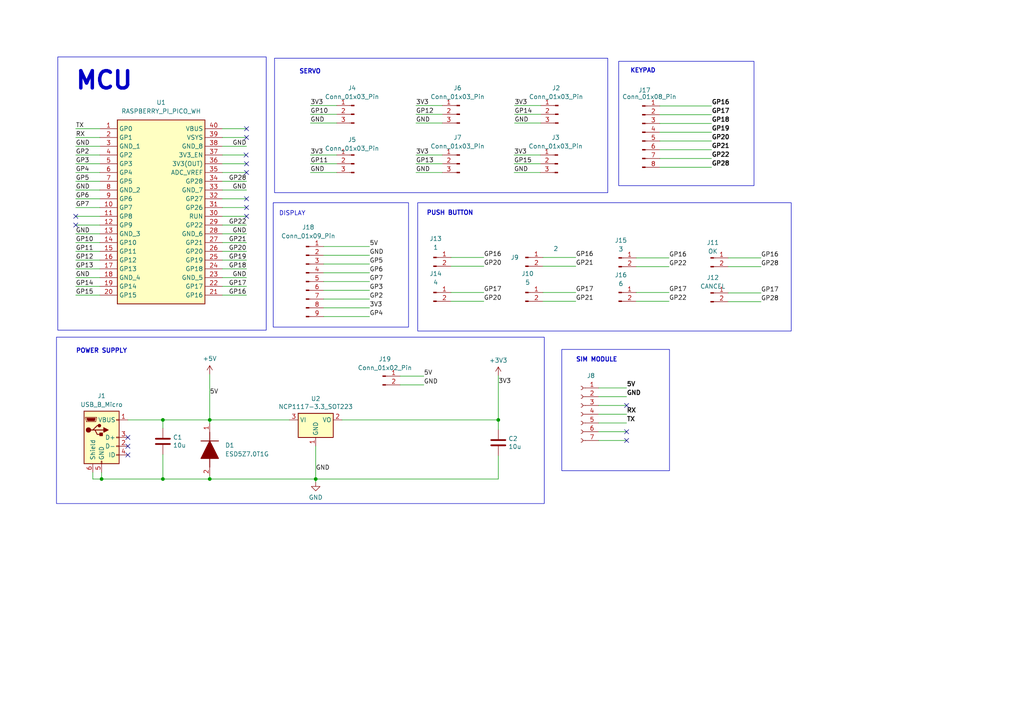
<source format=kicad_sch>
(kicad_sch (version 20230121) (generator eeschema)
  (paper "A4")
  (lib_symbols
    (symbol "Connector:Conn_01x02_Pin" (pin_names (offset 1.016) hide)
      (property "Reference" "J" (at 0 2.54 0))
      (property "Value" "Conn_01x02_Pin" (at 0 -5.08 0))
      (symbol "Conn_01x02_Pin_1_1"
        (polyline (pts (xy 1.27 -2.54) (xy 0.8636 -2.54)) (stroke (width 0.1524)))
        (polyline (pts (xy 1.27 0) (xy 0.8636 0)) (stroke (width 0.1524)))
        (rectangle (start 0.8636 -2.413) (end 0 -2.667) (stroke (width 0.1524)) (fill (type outline)))
        (rectangle (start 0.8636 0.127) (end 0 -0.127) (stroke (width 0.1524)) (fill (type outline)))
        (pin passive line (at 5.08 0 180) (length 3.81) (name "Pin_1") (number "1"))
        (pin passive line (at 5.08 -2.54 180) (length 3.81) (name "Pin_2") (number "2"))
      )
    )
    (symbol "Connector:Conn_01x03_Pin" (pin_names (offset 1.016) hide)
      (property "Reference" "J" (at 0 5.08 0))
      (property "Value" "Conn_01x03_Pin" (at 0 -5.08 0))
      (symbol "Conn_01x03_Pin_1_1"
        (polyline (pts (xy 1.27 -2.54) (xy 0.8636 -2.54)) (stroke (width 0.1524)))
        (polyline (pts (xy 1.27 0) (xy 0.8636 0)) (stroke (width 0.1524)))
        (polyline (pts (xy 1.27 2.54) (xy 0.8636 2.54)) (stroke (width 0.1524)))
        (rectangle (start 0.8636 -2.413) (end 0 -2.667) (stroke (width 0.1524)) (fill (type outline)))
        (rectangle (start 0.8636 0.127) (end 0 -0.127) (stroke (width 0.1524)) (fill (type outline)))
        (rectangle (start 0.8636 2.667) (end 0 2.413) (stroke (width 0.1524)) (fill (type outline)))
        (pin passive line (at 5.08 2.54 180) (length 3.81) (name "Pin_1") (number "1"))
        (pin passive line (at 5.08 0 180) (length 3.81) (name "Pin_2") (number "2"))
        (pin passive line (at 5.08 -2.54 180) (length 3.81) (name "Pin_3") (number "3"))
      )
    )
    (symbol "Connector:Conn_01x07_Socket" (pin_names (offset 1.016) hide)
      (property "Reference" "J" (at 0 10.16 0))
      (property "Value" "Conn_01x07_Socket" (at 0 -10.16 0))
      (symbol "Conn_01x07_Socket_1_1"
        (arc (start 0 -7.112) (mid -0.5058 -7.62) (end 0 -8.128) (stroke (width 0.1524)))
        (arc (start 0 -4.572) (mid -0.5058 -5.08) (end 0 -5.588) (stroke (width 0.1524)))
        (arc (start 0 -2.032) (mid -0.5058 -2.54) (end 0 -3.048) (stroke (width 0.1524)))
        (polyline (pts (xy -1.27 -7.62) (xy -0.508 -7.62)) (stroke (width 0.1524)))
        (polyline (pts (xy -1.27 -5.08) (xy -0.508 -5.08)) (stroke (width 0.1524)))
        (polyline (pts (xy -1.27 -2.54) (xy -0.508 -2.54)) (stroke (width 0.1524)))
        (polyline (pts (xy -1.27 0) (xy -0.508 0)) (stroke (width 0.1524)))
        (polyline (pts (xy -1.27 2.54) (xy -0.508 2.54)) (stroke (width 0.1524)))
        (polyline (pts (xy -1.27 5.08) (xy -0.508 5.08)) (stroke (width 0.1524)))
        (polyline (pts (xy -1.27 7.62) (xy -0.508 7.62)) (stroke (width 0.1524)))
        (arc (start 0 0.508) (mid -0.5058 0) (end 0 -0.508) (stroke (width 0.1524)))
        (arc (start 0 3.048) (mid -0.5058 2.54) (end 0 2.032) (stroke (width 0.1524)))
        (arc (start 0 5.588) (mid -0.5058 5.08) (end 0 4.572) (stroke (width 0.1524)))
        (arc (start 0 8.128) (mid -0.5058 7.62) (end 0 7.112) (stroke (width 0.1524)))
        (pin passive line (at -5.08 7.62 0) (length 3.81) (name "Pin_1") (number "1"))
        (pin passive line (at -5.08 5.08 0) (length 3.81) (name "Pin_2") (number "2"))
        (pin passive line (at -5.08 2.54 0) (length 3.81) (name "Pin_3") (number "3"))
        (pin passive line (at -5.08 0 0) (length 3.81) (name "Pin_4") (number "4"))
        (pin passive line (at -5.08 -2.54 0) (length 3.81) (name "Pin_5") (number "5"))
        (pin passive line (at -5.08 -5.08 0) (length 3.81) (name "Pin_6") (number "6"))
        (pin passive line (at -5.08 -7.62 0) (length 3.81) (name "Pin_7") (number "7"))
      )
    )
    (symbol "Connector:Conn_01x08_Pin" (pin_names (offset 1.016) hide)
      (property "Reference" "J" (at 0 10.16 0))
      (property "Value" "Conn_01x08_Pin" (at 0 -12.7 0))
      (symbol "Conn_01x08_Pin_1_1"
        (polyline (pts (xy 1.27 -10.16) (xy 0.8636 -10.16)) (stroke (width 0.1524)))
        (polyline (pts (xy 1.27 -7.62) (xy 0.8636 -7.62)) (stroke (width 0.1524)))
        (polyline (pts (xy 1.27 -5.08) (xy 0.8636 -5.08)) (stroke (width 0.1524)))
        (polyline (pts (xy 1.27 -2.54) (xy 0.8636 -2.54)) (stroke (width 0.1524)))
        (polyline (pts (xy 1.27 0) (xy 0.8636 0)) (stroke (width 0.1524)))
        (polyline (pts (xy 1.27 2.54) (xy 0.8636 2.54)) (stroke (width 0.1524)))
        (polyline (pts (xy 1.27 5.08) (xy 0.8636 5.08)) (stroke (width 0.1524)))
        (polyline (pts (xy 1.27 7.62) (xy 0.8636 7.62)) (stroke (width 0.1524)))
        (rectangle (start 0.8636 -10.033) (end 0 -10.287) (stroke (width 0.1524)) (fill (type outline)))
        (rectangle (start 0.8636 -7.493) (end 0 -7.747) (stroke (width 0.1524)) (fill (type outline)))
        (rectangle (start 0.8636 -4.953) (end 0 -5.207) (stroke (width 0.1524)) (fill (type outline)))
        (rectangle (start 0.8636 -2.413) (end 0 -2.667) (stroke (width 0.1524)) (fill (type outline)))
        (rectangle (start 0.8636 0.127) (end 0 -0.127) (stroke (width 0.1524)) (fill (type outline)))
        (rectangle (start 0.8636 2.667) (end 0 2.413) (stroke (width 0.1524)) (fill (type outline)))
        (rectangle (start 0.8636 5.207) (end 0 4.953) (stroke (width 0.1524)) (fill (type outline)))
        (rectangle (start 0.8636 7.747) (end 0 7.493) (stroke (width 0.1524)) (fill (type outline)))
        (pin passive line (at 5.08 7.62 180) (length 3.81) (name "Pin_1") (number "1"))
        (pin passive line (at 5.08 5.08 180) (length 3.81) (name "Pin_2") (number "2"))
        (pin passive line (at 5.08 2.54 180) (length 3.81) (name "Pin_3") (number "3"))
        (pin passive line (at 5.08 0 180) (length 3.81) (name "Pin_4") (number "4"))
        (pin passive line (at 5.08 -2.54 180) (length 3.81) (name "Pin_5") (number "5"))
        (pin passive line (at 5.08 -5.08 180) (length 3.81) (name "Pin_6") (number "6"))
        (pin passive line (at 5.08 -7.62 180) (length 3.81) (name "Pin_7") (number "7"))
        (pin passive line (at 5.08 -10.16 180) (length 3.81) (name "Pin_8") (number "8"))
      )
    )
    (symbol "Connector:Conn_01x09_Pin" (pin_names (offset 1.016) hide)
      (property "Reference" "J" (at 0 12.7 0))
      (property "Value" "Conn_01x09_Pin" (at 0 -12.7 0))
      (symbol "Conn_01x09_Pin_1_1"
        (polyline (pts (xy 1.27 -10.16) (xy 0.8636 -10.16)) (stroke (width 0.1524)))
        (polyline (pts (xy 1.27 -7.62) (xy 0.8636 -7.62)) (stroke (width 0.1524)))
        (polyline (pts (xy 1.27 -5.08) (xy 0.8636 -5.08)) (stroke (width 0.1524)))
        (polyline (pts (xy 1.27 -2.54) (xy 0.8636 -2.54)) (stroke (width 0.1524)))
        (polyline (pts (xy 1.27 0) (xy 0.8636 0)) (stroke (width 0.1524)))
        (polyline (pts (xy 1.27 2.54) (xy 0.8636 2.54)) (stroke (width 0.1524)))
        (polyline (pts (xy 1.27 5.08) (xy 0.8636 5.08)) (stroke (width 0.1524)))
        (polyline (pts (xy 1.27 7.62) (xy 0.8636 7.62)) (stroke (width 0.1524)))
        (polyline (pts (xy 1.27 10.16) (xy 0.8636 10.16)) (stroke (width 0.1524)))
        (rectangle (start 0.8636 -10.033) (end 0 -10.287) (stroke (width 0.1524)) (fill (type outline)))
        (rectangle (start 0.8636 -7.493) (end 0 -7.747) (stroke (width 0.1524)) (fill (type outline)))
        (rectangle (start 0.8636 -4.953) (end 0 -5.207) (stroke (width 0.1524)) (fill (type outline)))
        (rectangle (start 0.8636 -2.413) (end 0 -2.667) (stroke (width 0.1524)) (fill (type outline)))
        (rectangle (start 0.8636 0.127) (end 0 -0.127) (stroke (width 0.1524)) (fill (type outline)))
        (rectangle (start 0.8636 2.667) (end 0 2.413) (stroke (width 0.1524)) (fill (type outline)))
        (rectangle (start 0.8636 5.207) (end 0 4.953) (stroke (width 0.1524)) (fill (type outline)))
        (rectangle (start 0.8636 7.747) (end 0 7.493) (stroke (width 0.1524)) (fill (type outline)))
        (rectangle (start 0.8636 10.287) (end 0 10.033) (stroke (width 0.1524)) (fill (type outline)))
        (pin passive line (at 5.08 10.16 180) (length 3.81) (name "Pin_1") (number "1"))
        (pin passive line (at 5.08 7.62 180) (length 3.81) (name "Pin_2") (number "2"))
        (pin passive line (at 5.08 5.08 180) (length 3.81) (name "Pin_3") (number "3"))
        (pin passive line (at 5.08 2.54 180) (length 3.81) (name "Pin_4") (number "4"))
        (pin passive line (at 5.08 0 180) (length 3.81) (name "Pin_5") (number "5"))
        (pin passive line (at 5.08 -2.54 180) (length 3.81) (name "Pin_6") (number "6"))
        (pin passive line (at 5.08 -5.08 180) (length 3.81) (name "Pin_7") (number "7"))
        (pin passive line (at 5.08 -7.62 180) (length 3.81) (name "Pin_8") (number "8"))
        (pin passive line (at 5.08 -10.16 180) (length 3.81) (name "Pin_9") (number "9"))
      )
    )
    (symbol "Connector:USB_B_Micro" (pin_names (offset 1.016))
      (property "Reference" "J" (at -5.08 11.43 0))
      (property "Value" "USB_B_Micro" (at -5.08 8.89 0))
      (symbol "USB_B_Micro_0_1"
        (rectangle (start -5.08 -7.62) (end 5.08 7.62) (stroke (width 0.254)) (fill (type background)))
        (circle (center -3.81 2.159) (radius 0.635) (stroke (width 0.254)) (fill (type outline)))
        (circle (center -0.635 3.429) (radius 0.381) (stroke (width 0.254)) (fill (type outline)))
        (rectangle (start -0.127 -7.62) (end 0.127 -6.858))
        (polyline (pts (xy -1.905 2.159) (xy 0.635 2.159)) (stroke (width 0.254)))
        (polyline (pts (xy -3.175 2.159) (xy -2.54 2.159) (xy -1.27 3.429) (xy -0.635 3.429)) (stroke (width 0.254)))
        (polyline (pts (xy -2.54 2.159) (xy -1.905 2.159) (xy -1.27 0.889) (xy 0 0.889)) (stroke (width 0.254)))
        (polyline (pts (xy 0.635 2.794) (xy 0.635 1.524) (xy 1.905 2.159) (xy 0.635 2.794)) (stroke (width 0.254)) (fill (type outline)))
        (polyline (pts (xy -4.318 5.588) (xy -1.778 5.588) (xy -2.032 4.826) (xy -4.064 4.826) (xy -4.318 5.588)) (fill (type outline)))
        (polyline (pts (xy -4.699 5.842) (xy -4.699 5.588) (xy -4.445 4.826) (xy -4.445 4.572) (xy -1.651 4.572) (xy -1.651 4.826) (xy -1.397 5.588) (xy -1.397 5.842) (xy -4.699 5.842)))
        (rectangle (start 0.254 1.27) (end -0.508 0.508) (stroke (width 0.254)) (fill (type outline)))
        (rectangle (start 5.08 -5.207) (end 4.318 -4.953))
        (rectangle (start 5.08 -2.667) (end 4.318 -2.413))
        (rectangle (start 5.08 -0.127) (end 4.318 0.127))
        (rectangle (start 5.08 4.953) (end 4.318 5.207))
      )
      (symbol "USB_B_Micro_1_1"
        (pin power_out line (at 7.62 5.08 180) (length 2.54) (name "VBUS") (number "1"))
        (pin bidirectional line (at 7.62 -2.54 180) (length 2.54) (name "D-") (number "2"))
        (pin bidirectional line (at 7.62 0 180) (length 2.54) (name "D+") (number "3"))
        (pin passive line (at 7.62 -5.08 180) (length 2.54) (name "ID") (number "4"))
        (pin power_out line (at 0 -10.16 90) (length 2.54) (name "GND") (number "5"))
        (pin passive line (at -2.54 -10.16 90) (length 2.54) (name "Shield") (number "6"))
      )
    )
    (symbol "Device:C" (pin_numbers hide) (pin_names (offset 0.254))
      (property "Reference" "C" (at 0.635 2.54 0))
      (property "Value" "C" (at 0.635 -2.54 0))
      (symbol "C_0_1"
        (polyline (pts (xy -2.032 -0.762) (xy 2.032 -0.762)) (stroke (width 0.508)))
        (polyline (pts (xy -2.032 0.762) (xy 2.032 0.762)) (stroke (width 0.508)))
      )
      (symbol "C_1_1"
        (pin passive line (at 0 3.81 270) (length 2.794) (name "~") (number "1"))
        (pin passive line (at 0 -3.81 90) (length 2.794) (name "~") (number "2"))
      )
    )
    (symbol "ESD5Z7_0T1G:ESD5Z7.0T1G" (pin_names hide)
      (property "Reference" "D" (at 11.43 5.08 0))
      (property "Value" "ESD5Z7.0T1G" (at 11.43 2.54 0))
      (symbol "ESD5Z7.0T1G_1_1"
        (polyline (pts (xy 2.54 0) (xy 5.08 0)) (stroke (width 0.254)))
        (polyline (pts (xy 5.08 2.54) (xy 5.08 -2.54)) (stroke (width 0.254)))
        (polyline (pts (xy 10.16 0) (xy 12.7 0)) (stroke (width 0.254)))
        (polyline (pts (xy 5.08 0) (xy 10.16 2.54) (xy 10.16 -2.54) (xy 5.08 0)) (stroke (width 0.254)) (fill (type outline)))
        (pin passive line (at 0 0 0) (length 2.54) (name "K") (number "1"))
        (pin passive line (at 15.24 0 180) (length 2.54) (name "A") (number "2"))
      )
    )
    (symbol "RASPBERRY_PI_PICO_WH:RASPBERRY_PI_PICO_WH"
      (property "Reference" "U" (at 31.75 7.62 0))
      (property "Value" "RASPBERRY_PI_PICO_WH" (at 31.75 5.08 0))
      (symbol "RASPBERRY_PI_PICO_WH_1_1"
        (rectangle (start 5.08 2.54) (end 30.48 -50.8) (stroke (width 0.254)) (fill (type background)))
        (pin passive line (at 0 0 0) (length 5.08) (name "GP0") (number "1"))
        (pin passive line (at 0 -22.86 0) (length 5.08) (name "GP7") (number "10"))
        (pin passive line (at 0 -25.4 0) (length 5.08) (name "GP8") (number "11"))
        (pin passive line (at 0 -27.94 0) (length 5.08) (name "GP9") (number "12"))
        (pin passive line (at 0 -30.48 0) (length 5.08) (name "GND_3") (number "13"))
        (pin passive line (at 0 -33.02 0) (length 5.08) (name "GP10") (number "14"))
        (pin passive line (at 0 -35.56 0) (length 5.08) (name "GP11") (number "15"))
        (pin passive line (at 0 -38.1 0) (length 5.08) (name "GP12") (number "16"))
        (pin passive line (at 0 -40.64 0) (length 5.08) (name "GP13") (number "17"))
        (pin passive line (at 0 -43.18 0) (length 5.08) (name "GND_4") (number "18"))
        (pin passive line (at 0 -45.72 0) (length 5.08) (name "GP14") (number "19"))
        (pin passive line (at 0 -2.54 0) (length 5.08) (name "GP1") (number "2"))
        (pin passive line (at 0 -48.26 0) (length 5.08) (name "GP15") (number "20"))
        (pin passive line (at 35.56 -48.26 180) (length 5.08) (name "GP16") (number "21"))
        (pin passive line (at 35.56 -45.72 180) (length 5.08) (name "GP17") (number "22"))
        (pin passive line (at 35.56 -43.18 180) (length 5.08) (name "GND_5") (number "23"))
        (pin passive line (at 35.56 -40.64 180) (length 5.08) (name "GP18") (number "24"))
        (pin passive line (at 35.56 -38.1 180) (length 5.08) (name "GP19") (number "25"))
        (pin passive line (at 35.56 -35.56 180) (length 5.08) (name "GP20") (number "26"))
        (pin passive line (at 35.56 -33.02 180) (length 5.08) (name "GP21") (number "27"))
        (pin passive line (at 35.56 -30.48 180) (length 5.08) (name "GND_6") (number "28"))
        (pin passive line (at 35.56 -27.94 180) (length 5.08) (name "GP22") (number "29"))
        (pin passive line (at 0 -5.08 0) (length 5.08) (name "GND_1") (number "3"))
        (pin passive line (at 35.56 -25.4 180) (length 5.08) (name "RUN") (number "30"))
        (pin passive line (at 35.56 -22.86 180) (length 5.08) (name "GP26") (number "31"))
        (pin passive line (at 35.56 -20.32 180) (length 5.08) (name "GP27") (number "32"))
        (pin passive line (at 35.56 -17.78 180) (length 5.08) (name "GND_7") (number "33"))
        (pin passive line (at 35.56 -15.24 180) (length 5.08) (name "GP28") (number "34"))
        (pin passive line (at 35.56 -12.7 180) (length 5.08) (name "ADC_VREF") (number "35"))
        (pin passive line (at 35.56 -10.16 180) (length 5.08) (name "3V3(OUT)") (number "36"))
        (pin passive line (at 35.56 -7.62 180) (length 5.08) (name "3V3_EN") (number "37"))
        (pin passive line (at 35.56 -5.08 180) (length 5.08) (name "GND_8") (number "38"))
        (pin passive line (at 35.56 -2.54 180) (length 5.08) (name "VSYS") (number "39"))
        (pin passive line (at 0 -7.62 0) (length 5.08) (name "GP2") (number "4"))
        (pin passive line (at 35.56 0 180) (length 5.08) (name "VBUS") (number "40"))
        (pin passive line (at 0 -10.16 0) (length 5.08) (name "GP3") (number "5"))
        (pin passive line (at 0 -12.7 0) (length 5.08) (name "GP4") (number "6"))
        (pin passive line (at 0 -15.24 0) (length 5.08) (name "GP5") (number "7"))
        (pin passive line (at 0 -17.78 0) (length 5.08) (name "GND_2") (number "8"))
        (pin passive line (at 0 -20.32 0) (length 5.08) (name "GP6") (number "9"))
      )
    )
    (symbol "Regulator_Linear:NCP1117-3.3_SOT223"
      (property "Reference" "U" (at -3.81 3.175 0))
      (property "Value" "NCP1117-3.3_SOT223" (at 0 3.175 0))
      (symbol "NCP1117-3.3_SOT223_0_1"
        (rectangle (start -5.08 -5.08) (end 5.08 1.905) (stroke (width 0.254)) (fill (type background)))
      )
      (symbol "NCP1117-3.3_SOT223_1_1"
        (pin power_in line (at 0 -7.62 90) (length 2.54) (name "GND") (number "1"))
        (pin power_out line (at 7.62 0 180) (length 2.54) (name "VO") (number "2"))
        (pin power_in line (at -7.62 0 0) (length 2.54) (name "VI") (number "3"))
      )
    )
    (symbol "power:+3V3" (power) (pin_names (offset 0))
      (property "Value" "+3V3" (at 0 3.556 0))
      (symbol "+3V3_0_1"
        (polyline (pts (xy -0.762 1.27) (xy 0 2.54)))
        (polyline (pts (xy 0 0) (xy 0 2.54)))
        (polyline (pts (xy 0 2.54) (xy 0.762 1.27)))
      )
      (symbol "+3V3_1_1"
        (pin power_in line (at 0 0 90) (length 0) hide (name "+3V3") (number "1"))
      )
    )
    (symbol "power:+5V" (power) (pin_names (offset 0))
      (property "Value" "+5V" (at 0 3.556 0))
      (symbol "+5V_0_1"
        (polyline (pts (xy -0.762 1.27) (xy 0 2.54)))
        (polyline (pts (xy 0 0) (xy 0 2.54)))
        (polyline (pts (xy 0 2.54) (xy 0.762 1.27)))
      )
      (symbol "+5V_1_1"
        (pin power_in line (at 0 0 90) (length 0) hide (name "+5V") (number "1"))
      )
    )
    (symbol "power:GND" (power) (pin_names (offset 0))
      (property "Value" "GND" (at 0 -3.81 0))
      (symbol "GND_0_1"
        (polyline (pts (xy 0 0) (xy 0 -1.27) (xy 1.27 -1.27) (xy 0 -2.54) (xy -1.27 -1.27) (xy 0 -1.27)))
      )
      (symbol "GND_1_1"
        (pin power_in line (at 0 0 270) (length 0) hide (name "GND") (number "1"))
      )
    )
  )
  (junction (at 29.464 138.938))
  (junction (at 60.833 138.938))
  (junction (at 60.833 121.793))
  (junction (at 144.526 121.793))
  (junction (at 47.244 121.793))
  (junction (at 91.567 138.938))
  (junction (at 47.244 138.938))
  (no_connect (at 181.737 125.222))
  (no_connect (at 71.501 57.658))
  (no_connect (at 71.501 39.878))
  (no_connect (at 71.501 37.338))
  (no_connect (at 71.501 60.198))
  (no_connect (at 37.084 126.873))
  (no_connect (at 71.501 50.038))
  (no_connect (at 37.084 129.413))
  (no_connect (at 71.374 44.958))
  (no_connect (at 181.737 117.602))
  (no_connect (at 37.084 131.953))
  (no_connect (at 181.737 127.762))
  (no_connect (at 21.971 65.278))
  (no_connect (at 71.501 62.738))
  (no_connect (at 21.971 62.738))
  (no_connect (at 71.501 47.498))
  (wire (pts (xy 21.971 70.358) (xy 28.956 70.358)))
  (wire (pts (xy 71.501 85.598) (xy 64.516 85.598)))
  (wire (pts (xy 149.225 30.607) (xy 156.845 30.607)))
  (wire (pts (xy 211.201 84.963) (xy 220.726 84.963)))
  (wire (pts (xy 120.65 44.958) (xy 128.27 44.958)))
  (wire (pts (xy 26.924 138.938) (xy 29.464 138.938)))
  (wire (pts (xy 90.043 44.958) (xy 97.663 44.958)))
  (wire (pts (xy 26.924 137.033) (xy 26.924 138.938)))
  (wire (pts (xy 211.201 87.503) (xy 220.726 87.503)))
  (wire (pts (xy 191.389 40.894) (xy 206.375 40.894)))
  (wire (pts (xy 91.567 138.938) (xy 91.567 139.827)))
  (wire (pts (xy 21.971 44.958) (xy 28.956 44.958)))
  (wire (pts (xy 144.526 108.966) (xy 144.526 121.793)))
  (wire (pts (xy 90.043 35.687) (xy 97.663 35.687)))
  (wire (pts (xy 60.833 121.793) (xy 83.947 121.793)))
  (wire (pts (xy 90.043 50.038) (xy 97.663 50.038)))
  (wire (pts (xy 191.389 30.734) (xy 206.375 30.734)))
  (wire (pts (xy 21.971 62.738) (xy 28.956 62.738)))
  (wire (pts (xy 144.526 132.207) (xy 144.526 138.938)))
  (wire (pts (xy 149.225 33.147) (xy 156.845 33.147)))
  (wire (pts (xy 184.531 77.343) (xy 194.056 77.343)))
  (wire (pts (xy 21.971 60.198) (xy 28.956 60.198)))
  (wire (pts (xy 191.389 48.514) (xy 206.375 48.514)))
  (wire (pts (xy 71.374 44.958) (xy 64.516 44.958)))
  (wire (pts (xy 191.389 43.434) (xy 206.375 43.434)))
  (wire (pts (xy 21.971 37.338) (xy 28.956 37.338)))
  (wire (pts (xy 47.244 121.793) (xy 47.244 124.206)))
  (wire (pts (xy 211.201 77.343) (xy 220.726 77.343)))
  (wire (pts (xy 149.098 44.958) (xy 156.718 44.958)))
  (wire (pts (xy 191.389 38.354) (xy 206.375 38.354)))
  (wire (pts (xy 157.48 74.676) (xy 167.005 74.676)))
  (wire (pts (xy 71.501 55.118) (xy 64.516 55.118)))
  (wire (pts (xy 93.853 86.741) (xy 107.188 86.741)))
  (wire (pts (xy 130.81 77.216) (xy 140.335 77.216)))
  (wire (pts (xy 116.078 109.093) (xy 122.936 109.093)))
  (wire (pts (xy 60.833 121.793) (xy 60.833 122.809)))
  (wire (pts (xy 90.043 30.607) (xy 97.663 30.607)))
  (wire (pts (xy 93.853 81.661) (xy 107.188 81.661)))
  (wire (pts (xy 71.501 83.058) (xy 64.516 83.058)))
  (wire (pts (xy 91.567 129.413) (xy 91.567 138.938)))
  (wire (pts (xy 191.389 45.974) (xy 206.375 45.974)))
  (wire (pts (xy 211.201 74.803) (xy 220.726 74.803)))
  (wire (pts (xy 173.609 120.142) (xy 181.737 120.142)))
  (wire (pts (xy 21.971 83.058) (xy 28.956 83.058)))
  (wire (pts (xy 21.971 39.878) (xy 28.956 39.878)))
  (wire (pts (xy 21.971 65.278) (xy 28.956 65.278)))
  (wire (pts (xy 184.531 74.803) (xy 194.056 74.803)))
  (wire (pts (xy 71.501 80.518) (xy 64.516 80.518)))
  (wire (pts (xy 157.48 87.376) (xy 167.005 87.376)))
  (wire (pts (xy 93.853 84.201) (xy 107.188 84.201)))
  (wire (pts (xy 47.244 131.826) (xy 47.244 138.938)))
  (wire (pts (xy 21.971 50.038) (xy 28.956 50.038)))
  (wire (pts (xy 90.043 47.498) (xy 97.663 47.498)))
  (wire (pts (xy 149.098 47.498) (xy 156.718 47.498)))
  (wire (pts (xy 71.501 70.358) (xy 64.516 70.358)))
  (wire (pts (xy 21.971 80.518) (xy 28.956 80.518)))
  (wire (pts (xy 71.501 65.278) (xy 64.516 65.278)))
  (wire (pts (xy 191.389 33.274) (xy 206.375 33.274)))
  (wire (pts (xy 60.833 138.049) (xy 60.833 138.938)))
  (wire (pts (xy 60.833 138.938) (xy 91.567 138.938)))
  (wire (pts (xy 21.971 72.898) (xy 28.956 72.898)))
  (wire (pts (xy 191.389 35.814) (xy 206.375 35.814)))
  (wire (pts (xy 21.971 47.498) (xy 28.956 47.498)))
  (wire (pts (xy 71.501 57.658) (xy 64.516 57.658)))
  (wire (pts (xy 93.853 91.821) (xy 107.188 91.821)))
  (wire (pts (xy 149.098 50.038) (xy 156.718 50.038)))
  (wire (pts (xy 21.971 52.578) (xy 28.956 52.578)))
  (wire (pts (xy 60.833 108.585) (xy 60.833 121.793)))
  (wire (pts (xy 71.501 72.898) (xy 64.516 72.898)))
  (wire (pts (xy 71.501 52.578) (xy 64.516 52.578)))
  (wire (pts (xy 93.853 79.121) (xy 107.188 79.121)))
  (wire (pts (xy 173.609 125.222) (xy 181.737 125.222)))
  (wire (pts (xy 93.853 76.581) (xy 107.188 76.581)))
  (wire (pts (xy 71.501 37.338) (xy 64.516 37.338)))
  (wire (pts (xy 120.65 50.038) (xy 128.27 50.038)))
  (wire (pts (xy 71.501 77.978) (xy 64.516 77.978)))
  (wire (pts (xy 173.609 122.682) (xy 181.737 122.682)))
  (wire (pts (xy 120.65 30.607) (xy 128.27 30.607)))
  (wire (pts (xy 93.853 74.041) (xy 107.188 74.041)))
  (wire (pts (xy 130.81 74.676) (xy 140.335 74.676)))
  (wire (pts (xy 71.501 62.738) (xy 64.516 62.738)))
  (wire (pts (xy 21.971 75.438) (xy 28.956 75.438)))
  (wire (pts (xy 173.609 112.522) (xy 181.737 112.522)))
  (wire (pts (xy 71.501 42.418) (xy 64.516 42.418)))
  (wire (pts (xy 120.65 33.147) (xy 128.27 33.147)))
  (wire (pts (xy 173.609 117.602) (xy 181.737 117.602)))
  (wire (pts (xy 21.971 55.118) (xy 28.956 55.118)))
  (wire (pts (xy 21.971 85.598) (xy 28.956 85.598)))
  (wire (pts (xy 47.244 138.938) (xy 60.833 138.938)))
  (wire (pts (xy 184.531 84.836) (xy 194.056 84.836)))
  (wire (pts (xy 47.244 121.793) (xy 60.833 121.793)))
  (wire (pts (xy 99.187 121.793) (xy 144.526 121.793)))
  (wire (pts (xy 29.464 138.938) (xy 47.244 138.938)))
  (wire (pts (xy 130.81 87.376) (xy 140.335 87.376)))
  (wire (pts (xy 90.043 33.147) (xy 97.663 33.147)))
  (wire (pts (xy 21.971 57.658) (xy 28.956 57.658)))
  (wire (pts (xy 120.65 47.498) (xy 128.27 47.498)))
  (wire (pts (xy 184.531 87.376) (xy 194.056 87.376)))
  (wire (pts (xy 93.853 71.501) (xy 107.188 71.501)))
  (wire (pts (xy 93.853 89.281) (xy 107.188 89.281)))
  (wire (pts (xy 144.526 121.793) (xy 144.526 124.587)))
  (wire (pts (xy 91.567 138.938) (xy 144.526 138.938)))
  (wire (pts (xy 173.609 115.062) (xy 181.737 115.062)))
  (wire (pts (xy 130.81 84.836) (xy 140.335 84.836)))
  (wire (pts (xy 21.971 42.418) (xy 28.956 42.418)))
  (wire (pts (xy 29.464 137.033) (xy 29.464 138.938)))
  (wire (pts (xy 71.501 60.198) (xy 64.516 60.198)))
  (wire (pts (xy 37.084 121.793) (xy 47.244 121.793)))
  (wire (pts (xy 71.501 50.038) (xy 64.516 50.038)))
  (wire (pts (xy 157.48 77.216) (xy 167.005 77.216)))
  (wire (pts (xy 120.65 35.687) (xy 128.27 35.687)))
  (wire (pts (xy 149.225 35.687) (xy 156.845 35.687)))
  (wire (pts (xy 71.501 75.438) (xy 64.516 75.438)))
  (wire (pts (xy 157.48 84.836) (xy 167.005 84.836)))
  (wire (pts (xy 71.501 47.498) (xy 64.516 47.498)))
  (wire (pts (xy 21.971 77.978) (xy 28.956 77.978)))
  (wire (pts (xy 71.501 67.818) (xy 64.516 67.818)))
  (wire (pts (xy 71.501 39.878) (xy 64.516 39.878)))
  (wire (pts (xy 116.078 111.633) (xy 122.936 111.633)))
  (wire (pts (xy 173.609 127.762) (xy 181.737 127.762)))
  (wire (pts (xy 21.971 67.818) (xy 28.956 67.818)))
  (rectangle (start 162.941 101.346) (end 194.183 136.525))
  (rectangle (start 121.158 58.801) (end 229.489 96.012))
  (rectangle (start 16.764 16.51) (end 77.216 95.758))
  (rectangle (start 79.629 16.891) (end 176.276 55.88))
  (rectangle (start 16.383 97.79) (end 157.861 146.05))
  (rectangle (start 79.248 58.801) (end 118.491 94.869))
  (rectangle (start 179.451 17.78) (end 218.694 53.848))
  (text "KEYPAD" (at 182.753 21.336 0) (effects (font (size 1.27 1.27) bold) (justify left bottom)))
  (text "SERVO" (at 86.741 21.59 0) (effects (font (size 1.27 1.27) (thickness 0.254) bold) (justify left bottom)))
  (text "PUSH BUTTON" (at 123.698 62.611 0) (effects (font (size 1.27 1.27) bold) (justify left bottom)))
  (text "DISPLAY" (at 80.899 62.738 0) (effects (font (size 1.27 1.27)) (justify left bottom)))
  (text "MCU" (at 21.59 26.416 0) (effects (font (size 5 5) bold) (justify left bottom)))
  (text "SIM MODULE" (at 167.005 105.156 0) (effects (font (size 1.27 1.27) bold) (justify left bottom)))
  (text "POWER SUPPLY" (at 21.971 102.616 0) (effects (font (size 1.27 1.27) bold) (justify left bottom)))
  (label "GP12" (at 120.65 33.147 0))
  (label "GND" (at 21.971 42.418 0) (property "Netclass" "power" (effects hide)))
  (label "GND" (at 107.188 74.041 0))
  (label "GND" (at 71.501 67.818 180))
  (label "3V3" (at 149.225 30.607 0))
  (label "GP22" (at 194.056 77.343 0))
  (label "GP20" (at 140.335 77.216 0))
  (label "GP6" (at 107.188 79.121 0))
  (label "GP5" (at 21.971 52.578 0))
  (label "GND" (at 181.737 115.062 0) (effects (font bold)))
  (label "GP20" (at 140.335 87.376 0))
  (label "RX" (at 21.971 39.878 0))
  (label "GP22" (at 71.501 65.278 180))
  (label "GP19" (at 71.501 75.438 180))
  (label "GP16" (at 220.726 74.803 0))
  (label "3V3" (at 90.043 30.607 0))
  (label "GND" (at 149.225 35.687 0))
  (label "GP6" (at 21.971 57.658 0))
  (label "GP17" (at 194.056 84.836 0))
  (label "GP20" (at 206.375 40.894 0) (effects (font bold)))
  (label "GND" (at 21.971 55.118 0))
  (label "GP17" (at 167.005 84.836 0))
  (label "GP16" (at 140.335 74.676 0))
  (label "GP14" (at 21.971 83.058 0))
  (label "GP28" (at 206.375 48.514 0) (effects (font bold)))
  (label "GP2" (at 21.971 44.958 0))
  (label "GP20" (at 71.501 72.898 180))
  (label "5V" (at 181.737 112.522 0) (effects (font bold)))
  (label "GP12" (at 21.971 75.438 0))
  (label "3V3" (at 120.65 44.958 0))
  (label "GP15" (at 149.098 47.498 0))
  (label "GP18" (at 71.501 77.978 180))
  (label "GP15" (at 21.971 85.598 0))
  (label "GP17" (at 71.501 83.058 180))
  (label "3V3" (at 107.188 89.281 0))
  (label "GND" (at 90.043 35.687 0))
  (label "3V3" (at 90.043 44.958 0))
  (label "GP28" (at 220.726 87.503 0))
  (label "GND" (at 120.65 35.687 0))
  (label "GP28" (at 71.501 52.578 180))
  (label "GND" (at 21.971 67.818 0))
  (label "5V" (at 122.936 109.093 0))
  (label "GP2" (at 107.188 86.741 0))
  (label "GP21" (at 71.501 70.358 180))
  (label "3V3" (at 120.65 30.607 0))
  (label "GP21" (at 167.005 77.216 0))
  (label "GP21" (at 206.375 43.434 0) (effects (font bold)))
  (label "GP16" (at 71.501 85.598 180))
  (label "GP10" (at 21.971 70.358 0))
  (label "GP4" (at 21.971 50.038 0))
  (label "3V3" (at 149.098 44.958 0))
  (label "GP14" (at 149.225 33.147 0))
  (label "GP7" (at 21.971 60.198 0))
  (label "GND" (at 71.501 42.418 180))
  (label "GP11" (at 90.043 47.498 0))
  (label "GND" (at 71.501 55.118 180))
  (label "GP17" (at 220.726 84.963 0))
  (label "GP16" (at 194.056 74.803 0))
  (label "GP13" (at 120.65 47.498 0))
  (label "GND" (at 21.971 80.518 0))
  (label "GP22" (at 194.056 87.376 0))
  (label "GND" (at 120.65 50.038 0))
  (label "GP10" (at 90.043 33.147 0))
  (label "GP3" (at 107.188 84.201 0))
  (label "GP19" (at 206.375 38.354 0) (effects (font bold)))
  (label "GP18" (at 206.375 35.814 0) (effects (font bold)))
  (label "GP16" (at 206.375 30.734 0) (effects (font bold)))
  (label "GND" (at 90.043 50.038 0))
  (label "TX" (at 181.737 122.682 0) (effects (font bold)))
  (label "GP7" (at 107.188 81.661 0))
  (label "GP17" (at 140.335 84.836 0))
  (label "GND" (at 149.098 50.038 0))
  (label "GP21" (at 167.005 87.376 0))
  (label "GP5" (at 107.188 76.581 0))
  (label "GP17" (at 206.375 33.274 0) (effects (font bold)))
  (label "TX" (at 21.971 37.338 0))
  (label "3V3" (at 144.526 111.506 0) (property "Netclass" "power" (effects hide)))
  (label "RX" (at 181.737 120.142 0) (effects (font bold)))
  (label "5V" (at 60.833 114.554 0) (property "Netclass" "power" (effects hide)))
  (label "GP11" (at 21.971 72.898 0))
  (label "GP16" (at 167.005 74.676 0))
  (label "5V" (at 107.188 71.501 0))
  (label "GP28" (at 220.726 77.343 0))
  (label "GND" (at 122.936 111.633 0))
  (label "GND" (at 71.501 80.518 180))
  (label "GP4" (at 107.188 91.821 0))
  (label "GP22" (at 206.375 45.974 0) (effects (font bold)))
  (label "GP3" (at 21.971 47.498 0))
  (label "GP13" (at 21.971 77.978 0))
  (label "GND" (at 91.567 136.652 0) (property "Netclass" "power" (effects hide)))
  (symbol (lib_id "ESD5Z7_0T1G:ESD5Z7.0T1G") (at 60.833 122.809 270) (unit 1)
    (property "Reference" "D1" (at 65.278 129.159 90) (effects (justify left)))
    (property "Value" "ESD5Z7.0T1G" (at 65.278 131.699 90) (effects (justify left)))
    (property "Footprint" "Pico:SODFL1608X70N" (effects hide))
    (property "Datasheet" "https://www.mouser.com/datasheet/2/308/ESD5Z2.5T1-D-74691.pdf" (effects hide))
    (property "Height" "0.7" (effects hide))
    (property "Manufacturer_Name" "onsemi" (effects hide))
    (property "Manufacturer_Part_Number" "ESD5Z7.0T1G" (effects hide))
    (property "Mouser Part Number" "863-ESD5Z7.0T1G" (effects hide))
    (property "Mouser Price/Stock" "https://www.mouser.co.uk/ProductDetail/ON-Semiconductor/ESD5Z70T1G?qs=OSf9jACorvY5RYAFNX1TmQ%3D%3D" (effects hide))
    (property "Arrow Part Number" "ESD5Z7.0T1G" (effects hide))
    (property "Arrow Price/Stock" "https://www.arrow.com/en/products/esd5z7.0t1g/on-semiconductor" (effects hide))
  )
  (symbol (lib_id "Connector:Conn_01x02_Pin") (at 206.121 84.963 0) (unit 1)
    (property "Reference" "J12" (at 206.756 80.518 0))
    (property "Value" "CANCEL" (at 206.756 83.058 0))
    (property "Footprint" "Connector_PinHeader_2.54mm:PinHeader_1x02_P2.54mm_Vertical" (effects hide))
  )
  (symbol (lib_id "Connector:Conn_01x09_Pin") (at 88.773 81.661 0) (unit 1)
    (property "Reference" "J18" (at 89.408 65.913 0))
    (property "Value" "Conn_01x09_Pin" (at 89.408 68.453 0))
    (property "Footprint" "Connector_PinHeader_2.54mm:PinHeader_1x09_P2.54mm_Vertical" (effects hide))
  )
  (symbol (lib_id "Connector:Conn_01x02_Pin") (at 152.4 74.676 0) (unit 1)
    (property "Reference" "J9" (at 150.495 74.676 0) (effects (justify right)))
    (property "Value" "2" (at 161.925 72.136 0) (effects (justify right)))
    (property "Footprint" "Connector_PinHeader_2.54mm:PinHeader_1x02_P2.54mm_Vertical" (effects hide))
  )
  (symbol (lib_id "power:GND") (at 91.567 139.827 0) (unit 1)
    (property "Reference" "#PWR03" (effects hide))
    (property "Value" "GND" (at 91.567 144.272 0))
  )
  (symbol (lib_id "Connector:Conn_01x03_Pin") (at 161.798 47.498 0) (mirror y) (unit 1)
    (property "Reference" "J3" (at 161.163 39.878 0))
    (property "Value" "Conn_01x03_Pin" (at 161.163 42.418 0))
    (property "Footprint" "Connector_PinHeader_2.54mm:PinHeader_1x03_P2.54mm_Vertical" (effects hide))
  )
  (symbol (lib_id "Connector:Conn_01x02_Pin") (at 179.451 84.836 0) (unit 1)
    (property "Reference" "J16" (at 180.086 79.756 0))
    (property "Value" "6" (at 180.086 82.296 0))
    (property "Footprint" "Connector_PinHeader_2.54mm:PinHeader_1x02_P2.54mm_Vertical" (effects hide))
  )
  (symbol (lib_id "Connector:Conn_01x02_Pin") (at 179.451 74.803 0) (unit 1)
    (property "Reference" "J15" (at 180.086 69.723 0))
    (property "Value" "3" (at 180.086 72.263 0))
    (property "Footprint" "Connector_PinHeader_2.54mm:PinHeader_1x02_P2.54mm_Vertical" (effects hide))
  )
  (symbol (lib_id "Device:C") (at 144.526 128.397 0) (unit 1)
    (property "Reference" "C2" (at 147.447 127.2286 0) (effects (justify left)))
    (property "Value" "10u" (at 147.447 129.54 0) (effects (justify left)))
    (property "Footprint" "Capacitor_SMD:C_0603_1608Metric" (effects hide))
  )
  (symbol (lib_id "power:+5V") (at 60.833 108.585 0) (unit 1)
    (property "Reference" "#PWR02" (effects hide))
    (property "Value" "+5V" (at 60.833 104.013 0))
  )
  (symbol (lib_id "Connector:Conn_01x02_Pin") (at 125.73 84.836 0) (unit 1)
    (property "Reference" "J14" (at 126.365 79.375 0))
    (property "Value" "4" (at 126.365 81.915 0))
    (property "Footprint" "Connector_PinHeader_2.54mm:PinHeader_1x02_P2.54mm_Vertical" (effects hide))
  )
  (symbol (lib_id "Connector:Conn_01x02_Pin") (at 152.4 84.836 0) (unit 1)
    (property "Reference" "J10" (at 153.035 79.375 0))
    (property "Value" "5" (at 153.035 81.915 0))
    (property "Footprint" "Connector_PinHeader_2.54mm:PinHeader_1x02_P2.54mm_Vertical" (effects hide))
  )
  (symbol (lib_id "Connector:Conn_01x03_Pin") (at 161.925 33.147 0) (mirror y) (unit 1)
    (property "Reference" "J2" (at 161.29 25.527 0))
    (property "Value" "Conn_01x03_Pin" (at 161.29 28.067 0))
    (property "Footprint" "Connector_PinHeader_2.54mm:PinHeader_1x03_P2.54mm_Vertical" (effects hide))
  )
  (symbol (lib_id "Connector:Conn_01x03_Pin") (at 102.743 33.147 0) (mirror y) (unit 1)
    (property "Reference" "J4" (at 102.108 25.527 0))
    (property "Value" "Conn_01x03_Pin" (at 102.108 28.067 0))
    (property "Footprint" "Connector_PinHeader_2.54mm:PinHeader_1x03_P2.54mm_Vertical" (effects hide))
  )
  (symbol (lib_id "Connector:Conn_01x03_Pin") (at 133.35 47.498 0) (mirror y) (unit 1)
    (property "Reference" "J7" (at 132.715 39.878 0))
    (property "Value" "Conn_01x03_Pin" (at 132.715 42.418 0))
    (property "Footprint" "Connector_PinHeader_2.54mm:PinHeader_1x03_P2.54mm_Vertical" (effects hide))
  )
  (symbol (lib_id "Regulator_Linear:NCP1117-3.3_SOT223") (at 91.567 121.793 0) (unit 1)
    (property "Reference" "U2" (at 91.567 115.6462 0))
    (property "Value" "NCP1117-3.3_SOT223" (at 91.567 117.9576 0))
    (property "Footprint" "Package_TO_SOT_SMD:SOT-223-3_TabPin2" (effects hide))
    (property "Datasheet" "http://www.onsemi.com/pub_link/Collateral/NCP1117-D.PDF" (effects hide))
  )
  (symbol (lib_id "power:+3V3") (at 144.526 108.966 0) (unit 1)
    (property "Reference" "#PWR01" (effects hide))
    (property "Value" "+3V3" (at 144.526 104.521 0))
  )
  (symbol (lib_id "RASPBERRY_PI_PICO_WH:RASPBERRY_PI_PICO_WH") (at 28.956 37.338 0) (unit 1)
    (property "Reference" "U1" (at 46.736 29.718 0))
    (property "Value" "RASPBERRY_PI_PICO_WH" (at 46.736 32.258 0))
    (property "Footprint" "Pico:MODULE_SC0918" (effects hide))
    (property "Datasheet" "https://datasheets.raspberrypi.com/picow/pico-w-datasheet.pdf" (effects hide))
    (property "Height" "4" (effects hide))
    (property "Manufacturer_Name" "RASPBERRY-PI" (effects hide))
    (property "Manufacturer_Part_Number" "RASPBERRY PI PICO WH" (effects hide))
  )
  (symbol (lib_id "Connector:USB_B_Micro") (at 29.464 126.873 0) (unit 1)
    (property "Reference" "J1" (at 29.464 114.808 0))
    (property "Value" "USB_B_Micro" (at 29.464 117.348 0))
    (property "Footprint" "Connector_USB:USB_Micro-B_Molex_47346-0001" (effects hide))
  )
  (symbol (lib_id "Connector:Conn_01x03_Pin") (at 102.743 47.498 0) (mirror y) (unit 1)
    (property "Reference" "J5" (at 102.108 40.513 0))
    (property "Value" "Conn_01x03_Pin" (at 102.108 43.053 0))
    (property "Footprint" "Connector_PinHeader_2.54mm:PinHeader_1x03_P2.54mm_Vertical" (effects hide))
  )
  (symbol (lib_id "Connector:Conn_01x08_Pin") (at 186.309 38.354 0) (unit 1)
    (property "Reference" "J17" (at 186.944 26.162 0))
    (property "Value" "Conn_01x08_Pin" (at 188.341 28.067 0))
    (property "Footprint" "Connector_PinHeader_2.54mm:PinHeader_1x08_P2.54mm_Vertical" (effects hide))
  )
  (symbol (lib_id "Connector:Conn_01x03_Pin") (at 133.35 33.147 0) (mirror y) (unit 1)
    (property "Reference" "J6" (at 132.715 25.527 0))
    (property "Value" "Conn_01x03_Pin" (at 132.715 28.067 0))
    (property "Footprint" "Connector_PinHeader_2.54mm:PinHeader_1x03_P2.54mm_Vertical" (effects hide))
  )
  (symbol (lib_id "Connector:Conn_01x02_Pin") (at 110.998 109.093 0) (unit 1)
    (property "Reference" "J19" (at 111.633 104.14 0))
    (property "Value" "Conn_01x02_Pin" (at 111.633 106.68 0))
    (property "Footprint" "Connector_PinHeader_2.54mm:PinHeader_1x02_P2.54mm_Vertical" (effects hide))
  )
  (symbol (lib_id "Connector:Conn_01x07_Socket") (at 168.529 120.142 0) (mirror y) (unit 1)
    (property "Reference" "J8" (at 172.593 108.966 0) (effects (justify left)))
    (property "Value" "Conn_01x07_Socket" (effects hide))
    (property "Footprint" "Connector_PinSocket_2.54mm:PinSocket_1x07_P2.54mm_Vertical" (effects hide))
  )
  (symbol (lib_id "Connector:Conn_01x02_Pin") (at 125.73 74.676 0) (unit 1)
    (property "Reference" "J13" (at 126.365 69.215 0))
    (property "Value" "1" (at 126.365 71.755 0))
    (property "Footprint" "Connector_PinHeader_2.54mm:PinHeader_1x02_P2.54mm_Vertical" (effects hide))
  )
  (symbol (lib_id "Connector:Conn_01x02_Pin") (at 206.121 74.803 0) (unit 1)
    (property "Reference" "J11" (at 206.756 70.358 0))
    (property "Value" "OK" (at 206.756 72.898 0))
    (property "Footprint" "Connector_PinHeader_2.54mm:PinHeader_1x02_P2.54mm_Vertical" (effects hide))
  )
  (symbol (lib_id "Device:C") (at 47.244 128.016 0) (unit 1)
    (property "Reference" "C1" (at 50.165 126.8476 0) (effects (justify left)))
    (property "Value" "10u" (at 50.165 129.159 0) (effects (justify left)))
    (property "Footprint" "Capacitor_SMD:C_0603_1608Metric" (effects hide))
  )
)
</source>
